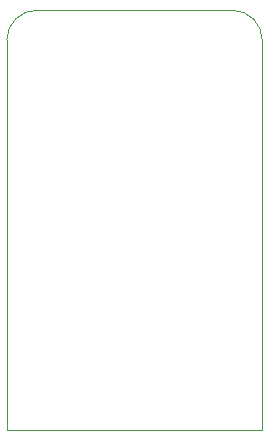
<source format=gbr>
%TF.GenerationSoftware,KiCad,Pcbnew,(5.1.10)-1*%
%TF.CreationDate,2021-07-31T00:05:09+08:00*%
%TF.ProjectId,ESP_Keychain,4553505f-4b65-4796-9368-61696e2e6b69,rev?*%
%TF.SameCoordinates,Original*%
%TF.FileFunction,Profile,NP*%
%FSLAX46Y46*%
G04 Gerber Fmt 4.6, Leading zero omitted, Abs format (unit mm)*
G04 Created by KiCad (PCBNEW (5.1.10)-1) date 2021-07-31 00:05:09*
%MOMM*%
%LPD*%
G01*
G04 APERTURE LIST*
%TA.AperFunction,Profile*%
%ADD10C,0.050000*%
%TD*%
G04 APERTURE END LIST*
D10*
X99669600Y-58420000D02*
G75*
G02*
X102260906Y-55880000I2540507J1D01*
G01*
X118770400Y-55879493D02*
G75*
G02*
X121310400Y-58470799I1J-2540507D01*
G01*
X99669600Y-91440000D02*
X99669600Y-58420000D01*
X121310400Y-58470799D02*
X121310400Y-91440000D01*
X118770400Y-55880000D02*
X102260906Y-55880000D01*
X99669600Y-91440000D02*
X121310400Y-91440000D01*
M02*

</source>
